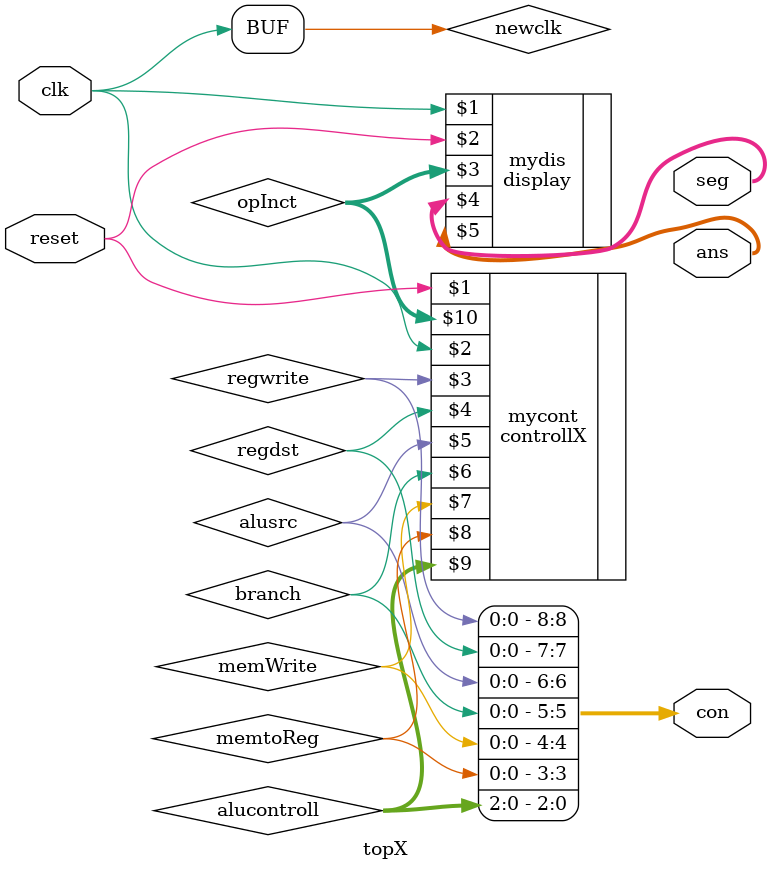
<source format=v>
`timescale 1ns / 1ps
module fenpin(
    input clk,
    output newclk
);
reg oldclk = 1'b1;
reg [31:0] jishu = 32'b0;
always @(posedge clk)begin
    if(jishu == 100000000)begin
        oldclk <= ~oldclk;
        jishu <= 32'b0;
    end else begin
        jishu = jishu + 1;
    end
end  
assign newclk = oldclk;
endmodule

module topX(
    input reset,
	input clk,
	output [6:0]seg,
    output [7:0]ans,
    output [8:0]con
    );   
	wire regwrite;
	wire regdst;
	wire alusrc;
	wire branch;
	wire memWrite;
	wire memtoReg;
	wire [2:0] alucontroll;
	wire [31:0] opInct;	
	wire newclk;
	
	//fenpin fp(clk,newclk);
	
	//·ÂÕæ²»ÓÃ·ÖÆµ£¬Ó¦¸Ã
	assign newclk = clk;
    controllX mycont(reset,newclk,regwrite,regdst,alusrc,branch,memWrite,memtoReg,alucontroll,opInct);
    
    assign con = {regwrite,regdst,alusrc,branch,memWrite,memtoReg,alucontroll};
    
    display mydis(clk,reset,opInct,seg,ans);
    
    
endmodule

</source>
